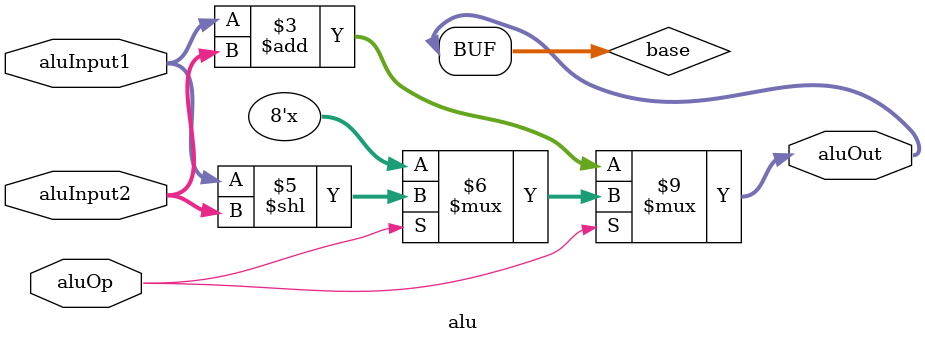
<source format=v>
module alu(aluOut, aluInput1, aluInput2, aluOp);
    input aluOp;
    input [7:0] aluInput1, aluInput2;
    output[7:0] aluOut;
    reg[7:0] base;
    
    always@(*) 
    begin
        if(aluOp==0)
        begin
             base <= aluInput1 + aluInput2;
        end
        else if(aluOp==1)
        begin
             base <= aluInput1 << aluInput2;
        end
    end    
    assign aluOut = base;
endmodule
</source>
